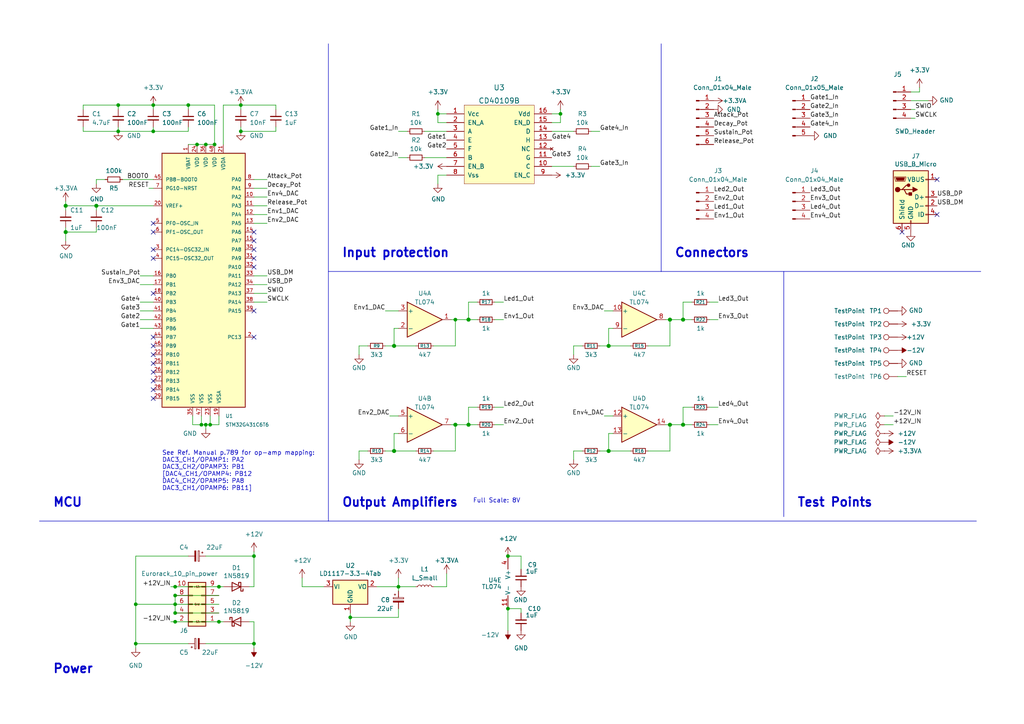
<source format=kicad_sch>
(kicad_sch (version 20230121) (generator eeschema)
  (paper "A4")
  (title_block (title "QuadEnv") (date "2023-03-09") (rev "1.0") (company "Mountjoy Modular"))
  (junction (at 19.05 59.69) (diameter 1.016))
  (junction (at 147.32 161.29))
  (junction (at 135.89 123.19) (diameter 1.016))
  (junction (at 34.29 30.48))
  (junction (at 54.61 30.48))
  (junction (at 69.85 38.1))
  (junction (at 135.89 92.71) (diameter 1.016))
  (junction (at 60.96 123.19))
  (junction (at 50.8 177.8))
  (junction (at 63.5 170.18))
  (junction (at 57.15 41.91))
  (junction (at 115.57 170.18))
  (junction (at 50.8 180.34))
  (junction (at 50.8 170.18))
  (junction (at 58.42 123.19))
  (junction (at 27.94 59.69) (diameter 1.016))
  (junction (at 39.37 186.69))
  (junction (at 132.08 92.71) (diameter 0.9144))
  (junction (at 59.69 123.19))
  (junction (at 44.45 38.1))
  (junction (at 59.69 41.91))
  (junction (at 50.8 175.26))
  (junction (at 34.29 38.1))
  (junction (at 73.66 161.29))
  (junction (at 69.85 30.48))
  (junction (at 39.37 175.26))
  (junction (at 50.8 172.72))
  (junction (at 176.53 130.81) (diameter 1.016))
  (junction (at 132.08 123.19) (diameter 1.016))
  (junction (at 194.31 123.19) (diameter 1.016))
  (junction (at 127 33.02))
  (junction (at 62.23 41.91))
  (junction (at 44.45 30.48))
  (junction (at 101.6 179.07))
  (junction (at 176.53 100.33) (diameter 1.016))
  (junction (at 19.05 67.31) (diameter 1.016))
  (junction (at 73.66 186.69))
  (junction (at 162.56 33.02))
  (junction (at 147.32 176.53))
  (junction (at 194.31 92.71) (diameter 1.016))
  (junction (at 114.3 100.33) (diameter 1.016))
  (junction (at 198.12 92.71) (diameter 1.016))
  (junction (at 63.5 180.34))
  (junction (at 114.3 130.81) (diameter 1.016))
  (junction (at 198.12 123.19) (diameter 1.016))
  (no_connect (at 44.45 67.31))
  (no_connect (at 44.45 85.09))
  (no_connect (at 44.45 74.93))
  (no_connect (at 73.66 97.79))
  (no_connect (at 73.66 74.93))
  (no_connect (at 44.45 97.79))
  (no_connect (at 44.45 102.87))
  (no_connect (at 73.66 72.39))
  (no_connect (at 44.45 107.95))
  (no_connect (at 73.66 67.31))
  (no_connect (at 44.45 64.77))
  (no_connect (at 44.45 110.49))
  (no_connect (at 44.45 100.33))
  (no_connect (at 271.78 52.07))
  (no_connect (at 44.45 105.41))
  (no_connect (at 271.78 62.23))
  (no_connect (at 73.66 69.85))
  (no_connect (at 44.45 113.03))
  (no_connect (at 73.66 77.47))
  (no_connect (at 73.66 90.17))
  (no_connect (at 44.45 72.39))
  (no_connect (at 261.62 67.31))
  (no_connect (at 44.45 115.57))
  (wire (pts (xy 198.12 118.11) (xy 198.12 123.19)))
  (wire (pts (xy 19.05 58.42) (xy 19.05 59.69)))
  (wire (pts (xy 162.56 33.02) (xy 160.02 33.02)))
  (wire (pts (xy 187.96 100.33) (xy 194.31 100.33)))
  (wire (pts (xy 73.66 57.15) (xy 77.47 57.15)))
  (wire (pts (xy 73.66 52.07) (xy 77.47 52.07)))
  (wire (pts (xy 177.8 90.17) (xy 175.26 90.17)))
  (wire (pts (xy 166.37 48.26) (xy 160.02 48.26)))
  (wire (pts (xy 27.94 52.07) (xy 30.48 52.07)))
  (wire (pts (xy 198.12 118.11) (xy 200.66 118.11)))
  (wire (pts (xy 198.12 123.19) (xy 200.66 123.19)))
  (wire (pts (xy 19.05 67.31) (xy 19.05 69.85)))
  (wire (pts (xy 143.51 118.11) (xy 146.05 118.11)))
  (wire (pts (xy 59.69 41.91) (xy 62.23 41.91)))
  (wire (pts (xy 24.13 30.48) (xy 34.29 30.48)))
  (wire (pts (xy 59.69 123.19) (xy 59.69 124.46)))
  (wire (pts (xy 123.19 38.1) (xy 129.54 38.1)))
  (wire (pts (xy 260.35 109.22) (xy 262.89 109.22)))
  (wire (pts (xy 115.57 45.72) (xy 118.11 45.72)))
  (wire (pts (xy 166.37 38.1) (xy 160.02 38.1)))
  (wire (pts (xy 193.04 92.71) (xy 194.31 92.71)))
  (wire (pts (xy 114.3 95.25) (xy 115.57 95.25)))
  (wire (pts (xy 205.74 118.11) (xy 208.28 118.11)))
  (wire (pts (xy 35.56 52.07) (xy 44.45 52.07)))
  (wire (pts (xy 62.23 41.91) (xy 62.23 30.48)))
  (wire (pts (xy 130.81 123.19) (xy 132.08 123.19)))
  (wire (pts (xy 34.29 30.48) (xy 34.29 31.75)))
  (wire (pts (xy 135.89 87.63) (xy 138.43 87.63)))
  (wire (pts (xy 55.88 120.65) (xy 55.88 123.19)))
  (wire (pts (xy 73.66 85.09) (xy 77.47 85.09)))
  (wire (pts (xy 129.54 35.56) (xy 127 35.56)))
  (polyline (pts (xy 95.25 151.13) (xy 283.21 151.13)))
  (wire (pts (xy 73.66 62.23) (xy 77.47 62.23)))
  (wire (pts (xy 39.37 187.96) (xy 39.37 186.69)))
  (wire (pts (xy 104.14 100.33) (xy 104.14 102.87)))
  (wire (pts (xy 54.61 36.83) (xy 54.61 38.1)))
  (wire (pts (xy 173.99 100.33) (xy 176.53 100.33)))
  (wire (pts (xy 24.13 36.83) (xy 24.13 38.1)))
  (wire (pts (xy 104.14 130.81) (xy 104.14 133.35)))
  (wire (pts (xy 135.89 118.11) (xy 135.89 123.19)))
  (wire (pts (xy 115.57 176.53) (xy 115.57 179.07)))
  (wire (pts (xy 63.5 172.72) (xy 50.8 172.72)))
  (wire (pts (xy 132.08 92.71) (xy 135.89 92.71)))
  (wire (pts (xy 69.85 36.83) (xy 69.85 38.1)))
  (wire (pts (xy 24.13 31.75) (xy 24.13 30.48)))
  (wire (pts (xy 173.99 130.81) (xy 176.53 130.81)))
  (wire (pts (xy 73.66 180.34) (xy 73.66 186.69)))
  (wire (pts (xy 127 53.34) (xy 127 50.8)))
  (wire (pts (xy 72.39 180.34) (xy 73.66 180.34)))
  (wire (pts (xy 50.8 175.26) (xy 50.8 177.8)))
  (wire (pts (xy 135.89 87.63) (xy 135.89 92.71)))
  (wire (pts (xy 166.37 130.81) (xy 166.37 133.35)))
  (wire (pts (xy 80.01 36.83) (xy 80.01 38.1)))
  (wire (pts (xy 87.63 167.64) (xy 87.63 170.18)))
  (wire (pts (xy 19.05 66.04) (xy 19.05 67.31)))
  (wire (pts (xy 69.85 31.75) (xy 69.85 30.48)))
  (wire (pts (xy 80.01 31.75) (xy 80.01 30.48)))
  (wire (pts (xy 205.74 123.19) (xy 208.28 123.19)))
  (wire (pts (xy 127 31.75) (xy 127 33.02)))
  (wire (pts (xy 63.5 177.8) (xy 50.8 177.8)))
  (wire (pts (xy 135.89 123.19) (xy 138.43 123.19)))
  (wire (pts (xy 176.53 130.81) (xy 176.53 125.73)))
  (wire (pts (xy 73.66 160.02) (xy 73.66 161.29)))
  (wire (pts (xy 39.37 175.26) (xy 39.37 186.69)))
  (wire (pts (xy 264.16 29.21) (xy 269.24 29.21)))
  (wire (pts (xy 193.04 123.19) (xy 194.31 123.19)))
  (wire (pts (xy 114.3 130.81) (xy 120.65 130.81)))
  (wire (pts (xy 151.13 176.53) (xy 147.32 176.53)))
  (wire (pts (xy 34.29 38.1) (xy 44.45 38.1)))
  (wire (pts (xy 205.74 92.71) (xy 208.28 92.71)))
  (wire (pts (xy 44.45 30.48) (xy 44.45 31.75)))
  (wire (pts (xy 127 33.02) (xy 129.54 33.02)))
  (wire (pts (xy 101.6 179.07) (xy 101.6 180.34)))
  (wire (pts (xy 176.53 125.73) (xy 177.8 125.73)))
  (wire (pts (xy 39.37 175.26) (xy 50.8 175.26)))
  (wire (pts (xy 173.99 38.1) (xy 171.45 38.1)))
  (wire (pts (xy 114.3 100.33) (xy 114.3 95.25)))
  (wire (pts (xy 147.32 176.53) (xy 147.32 182.88)))
  (wire (pts (xy 40.64 87.63) (xy 44.45 87.63)))
  (wire (pts (xy 73.66 170.18) (xy 73.66 161.29)))
  (wire (pts (xy 176.53 100.33) (xy 182.88 100.33)))
  (wire (pts (xy 194.31 123.19) (xy 198.12 123.19)))
  (wire (pts (xy 27.94 59.69) (xy 27.94 60.96)))
  (wire (pts (xy 27.94 53.34) (xy 27.94 52.07)))
  (wire (pts (xy 127 35.56) (xy 127 33.02)))
  (wire (pts (xy 73.66 80.01) (xy 77.47 80.01)))
  (wire (pts (xy 264.16 31.75) (xy 265.43 31.75)))
  (wire (pts (xy 19.05 59.69) (xy 27.94 59.69)))
  (wire (pts (xy 44.45 38.1) (xy 54.61 38.1)))
  (wire (pts (xy 44.45 36.83) (xy 44.45 38.1)))
  (wire (pts (xy 151.13 161.29) (xy 151.13 165.1)))
  (wire (pts (xy 115.57 38.1) (xy 118.11 38.1)))
  (wire (pts (xy 73.66 64.77) (xy 77.47 64.77)))
  (wire (pts (xy 57.15 41.91) (xy 59.69 41.91)))
  (wire (pts (xy 132.08 130.81) (xy 132.08 123.19)))
  (wire (pts (xy 73.66 54.61) (xy 77.47 54.61)))
  (wire (pts (xy 114.3 130.81) (xy 114.3 125.73)))
  (wire (pts (xy 40.64 80.01) (xy 44.45 80.01)))
  (wire (pts (xy 264.16 26.67) (xy 266.7 26.67)))
  (wire (pts (xy 34.29 36.83) (xy 34.29 38.1)))
  (wire (pts (xy 143.51 92.71) (xy 146.05 92.71)))
  (wire (pts (xy 104.14 100.33) (xy 106.68 100.33)))
  (wire (pts (xy 111.76 100.33) (xy 114.3 100.33)))
  (wire (pts (xy 40.64 92.71) (xy 44.45 92.71)))
  (wire (pts (xy 265.43 34.29) (xy 264.16 34.29)))
  (wire (pts (xy 60.96 123.19) (xy 63.5 123.19)))
  (wire (pts (xy 132.08 100.33) (xy 132.08 92.71)))
  (wire (pts (xy 64.77 41.91) (xy 64.77 30.48)))
  (wire (pts (xy 27.94 59.69) (xy 44.45 59.69)))
  (wire (pts (xy 130.81 92.71) (xy 132.08 92.71)))
  (polyline (pts (xy 11.43 151.13) (xy 95.25 151.13)))
  (wire (pts (xy 109.22 170.18) (xy 115.57 170.18)))
  (wire (pts (xy 198.12 87.63) (xy 200.66 87.63)))
  (wire (pts (xy 64.77 30.48) (xy 69.85 30.48)))
  (wire (pts (xy 24.13 38.1) (xy 34.29 38.1)))
  (wire (pts (xy 44.45 82.55) (xy 40.64 82.55)))
  (wire (pts (xy 40.64 90.17) (xy 44.45 90.17)))
  (wire (pts (xy 132.08 123.19) (xy 135.89 123.19)))
  (wire (pts (xy 63.5 180.34) (xy 64.77 180.34)))
  (wire (pts (xy 58.42 120.65) (xy 58.42 123.19)))
  (wire (pts (xy 143.51 123.19) (xy 146.05 123.19)))
  (wire (pts (xy 49.53 180.34) (xy 50.8 180.34)))
  (wire (pts (xy 198.12 87.63) (xy 198.12 92.71)))
  (wire (pts (xy 50.8 180.34) (xy 63.5 180.34)))
  (polyline (pts (xy 191.77 12.7) (xy 191.77 78.74)))
  (wire (pts (xy 50.8 170.18) (xy 63.5 170.18)))
  (wire (pts (xy 55.88 123.19) (xy 58.42 123.19)))
  (wire (pts (xy 54.61 30.48) (xy 62.23 30.48)))
  (wire (pts (xy 69.85 30.48) (xy 80.01 30.48)))
  (wire (pts (xy 177.8 120.65) (xy 175.26 120.65)))
  (wire (pts (xy 49.53 170.18) (xy 50.8 170.18)))
  (wire (pts (xy 194.31 100.33) (xy 194.31 92.71)))
  (wire (pts (xy 115.57 170.18) (xy 120.65 170.18)))
  (wire (pts (xy 111.76 130.81) (xy 114.3 130.81)))
  (wire (pts (xy 60.96 120.65) (xy 60.96 123.19)))
  (wire (pts (xy 176.53 95.25) (xy 177.8 95.25)))
  (wire (pts (xy 19.05 67.31) (xy 27.94 67.31)))
  (wire (pts (xy 39.37 161.29) (xy 39.37 175.26)))
  (wire (pts (xy 63.5 170.18) (xy 64.77 170.18)))
  (wire (pts (xy 59.69 186.69) (xy 73.66 186.69)))
  (wire (pts (xy 87.63 170.18) (xy 93.98 170.18)))
  (wire (pts (xy 39.37 161.29) (xy 54.61 161.29)))
  (wire (pts (xy 160.02 35.56) (xy 162.56 35.56)))
  (wire (pts (xy 101.6 177.8) (xy 101.6 179.07)))
  (wire (pts (xy 111.76 90.17) (xy 115.57 90.17)))
  (wire (pts (xy 101.6 179.07) (xy 115.57 179.07)))
  (wire (pts (xy 115.57 120.65) (xy 113.03 120.65)))
  (wire (pts (xy 104.14 130.81) (xy 106.68 130.81)))
  (polyline (pts (xy 227.33 78.74) (xy 227.33 149.86)))
  (wire (pts (xy 125.73 130.81) (xy 132.08 130.81)))
  (wire (pts (xy 176.53 100.33) (xy 176.53 95.25)))
  (wire (pts (xy 135.89 92.71) (xy 138.43 92.71)))
  (polyline (pts (xy 191.77 78.74) (xy 95.25 78.74)))
  (wire (pts (xy 162.56 35.56) (xy 162.56 33.02)))
  (wire (pts (xy 151.13 176.53) (xy 151.13 177.8)))
  (wire (pts (xy 50.8 175.26) (xy 63.5 175.26)))
  (wire (pts (xy 129.54 170.18) (xy 129.54 166.37)))
  (wire (pts (xy 125.73 170.18) (xy 129.54 170.18)))
  (wire (pts (xy 50.8 172.72) (xy 50.8 175.26)))
  (wire (pts (xy 115.57 171.45) (xy 115.57 170.18)))
  (wire (pts (xy 147.32 161.29) (xy 151.13 161.29)))
  (wire (pts (xy 198.12 92.71) (xy 200.66 92.71)))
  (wire (pts (xy 187.96 130.81) (xy 194.31 130.81)))
  (wire (pts (xy 194.31 92.71) (xy 198.12 92.71)))
  (wire (pts (xy 166.37 130.81) (xy 168.91 130.81)))
  (wire (pts (xy 162.56 31.75) (xy 162.56 33.02)))
  (polyline (pts (xy 95.25 12.7) (xy 95.25 151.13)))
  (wire (pts (xy 143.51 87.63) (xy 146.05 87.63)))
  (wire (pts (xy 166.37 100.33) (xy 166.37 102.87)))
  (wire (pts (xy 44.45 30.48) (xy 54.61 30.48)))
  (wire (pts (xy 173.99 48.26) (xy 171.45 48.26)))
  (wire (pts (xy 166.37 100.33) (xy 168.91 100.33)))
  (wire (pts (xy 266.7 26.67) (xy 266.7 25.4)))
  (wire (pts (xy 27.94 66.04) (xy 27.94 67.31)))
  (wire (pts (xy 40.64 95.25) (xy 44.45 95.25)))
  (wire (pts (xy 205.74 87.63) (xy 208.28 87.63)))
  (wire (pts (xy 54.61 41.91) (xy 57.15 41.91)))
  (wire (pts (xy 34.29 30.48) (xy 44.45 30.48)))
  (wire (pts (xy 63.5 120.65) (xy 63.5 123.19)))
  (wire (pts (xy 59.69 161.29) (xy 73.66 161.29)))
  (wire (pts (xy 176.53 130.81) (xy 182.88 130.81)))
  (wire (pts (xy 73.66 59.69) (xy 77.47 59.69)))
  (wire (pts (xy 259.08 123.19) (xy 256.54 123.19)))
  (wire (pts (xy 72.39 170.18) (xy 73.66 170.18)))
  (wire (pts (xy 194.31 130.81) (xy 194.31 123.19)))
  (wire (pts (xy 127 50.8) (xy 129.54 50.8)))
  (wire (pts (xy 59.69 123.19) (xy 60.96 123.19)))
  (wire (pts (xy 73.66 82.55) (xy 77.47 82.55)))
  (wire (pts (xy 69.85 38.1) (xy 80.01 38.1)))
  (wire (pts (xy 58.42 123.19) (xy 59.69 123.19)))
  (wire (pts (xy 259.08 120.65) (xy 256.54 120.65)))
  (wire (pts (xy 73.66 186.69) (xy 73.66 187.96)))
  (wire (pts (xy 114.3 125.73) (xy 115.57 125.73)))
  (wire (pts (xy 123.19 45.72) (xy 129.54 45.72)))
  (polyline (pts (xy 191.77 78.74) (xy 284.48 78.74)))
  (wire (pts (xy 114.3 100.33) (xy 120.65 100.33)))
  (wire (pts (xy 73.66 87.63) (xy 77.47 87.63)))
  (wire (pts (xy 39.37 186.69) (xy 54.61 186.69)))
  (wire (pts (xy 125.73 100.33) (xy 132.08 100.33)))
  (wire (pts (xy 19.05 60.96) (xy 19.05 59.69)))
  (wire (pts (xy 43.18 54.61) (xy 44.45 54.61)))
  (wire (pts (xy 54.61 30.48) (xy 54.61 31.75)))
  (wire (pts (xy 135.89 118.11) (xy 138.43 118.11)))
  (wire (pts (xy 115.57 167.64) (xy 115.57 170.18)))
  (text "See Ref. Manual p.789 for op-amp mapping:\nDAC3_CH1/OPAMP1: PA2\nDAC3_CH2/OPAMP3: PB1\n[DAC4_CH1/OPAMP4: PB12\nDAC4_CH2/OPAMP5: PA8\nDAC3_CH1/OPAMP6: PB11]\n\n\n\n" (at 46.99 148.59 0) (effects (font (size 1.27 1.27)) (justify left bottom)))
  (text "Full Scale: 8V" (at 137.16 146.05 0) (effects (font (size 1.27 1.27)) (justify left bottom)))
  (text "Output Amplifiers" (at 99.06 147.32 0) (effects (font (size 2.54 2.54) (thickness 0.508) bold) (justify left bottom)))
  (text "MCU" (at 15.24 147.32 0) (effects (font (size 2.54 2.54) (thickness 0.508) bold) (justify left bottom)))
  (text "Power" (at 15.24 195.58 0) (effects (font (size 2.54 2.54) (thickness 0.508) bold) (justify left bottom)))
  (text "Test Points" (at 231.14 147.32 0) (effects (font (size 2.54 2.54) (thickness 0.508) bold) (justify left bottom)))
  (text "Connectors" (at 195.58 74.93 0) (effects (font (size 2.54 2.54) (thickness 0.508) bold) (justify left bottom)))
  (text "Input protection" (at 99.06 74.93 0) (effects (font (size 2.54 2.54) (thickness 0.508) bold) (justify left bottom)))
  (label "Gate2" (at 129.54 43.18 180))
  (label "Led2_Out" (at 207.01 55.88 0))
  (label "-12V_IN" (at 49.53 180.34 180))
  (label "SWCLK" (at 265.43 34.29 0))
  (label "Env3_Out" (at 208.28 92.71 0))
  (label "Env3_DAC" (at 175.26 90.17 180))
  (label "Env2_Out" (at 207.01 58.42 0))
  (label "Gate2_In" (at 115.57 45.72 180))
  (label "RESET" (at 262.89 109.22 0))
  (label "Led3_Out" (at 208.28 87.63 0))
  (label "Gate2_In" (at 234.95 31.75 0))
  (label "RESET" (at 43.18 54.61 180))
  (label "Attack_Pot" (at 77.47 52.07 0))
  (label "Env1_DAC" (at 111.76 90.17 180))
  (label "Decay_Pot" (at 77.47 54.61 0))
  (label "SWCLK" (at 77.47 87.63 0))
  (label "Decay_Pot" (at 207.01 36.83 0))
  (label "Led4_Out" (at 234.95 60.96 0))
  (label "Gate1_In" (at 234.95 29.21 0))
  (label "Env1_DAC" (at 77.47 62.23 0))
  (label "Env2_DAC" (at 113.03 120.65 180))
  (label "Led3_Out" (at 234.95 55.88 0))
  (label "USB_DP" (at 77.47 82.55 0))
  (label "Led2_Out" (at 146.05 118.11 0))
  (label "USB_DM" (at 77.47 80.01 0))
  (label "Gate1" (at 40.64 95.25 180))
  (label "Led1_Out" (at 146.05 87.63 0))
  (label "Attack_Pot" (at 207.01 34.29 0))
  (label "Release_Pot" (at 207.01 41.91 0))
  (label "-12V_IN" (at 259.08 120.65 0))
  (label "Env1_Out" (at 207.01 63.5 0))
  (label "Sustain_Pot" (at 40.64 80.01 180))
  (label "Env2_Out" (at 146.05 123.19 0))
  (label "Gate1_In" (at 115.57 38.1 180))
  (label "Gate3" (at 40.64 90.17 180))
  (label "USB_DM" (at 271.78 59.69 0))
  (label "Gate2" (at 40.64 92.71 180))
  (label "Release_Pot" (at 77.47 59.69 0))
  (label "Gate4_In" (at 234.95 36.83 0))
  (label "Gate3_In" (at 173.99 48.26 0))
  (label "SWIO" (at 77.47 85.09 0))
  (label "Led4_Out" (at 208.28 118.11 0))
  (label "Gate4_In" (at 173.99 38.1 0))
  (label "Env4_Out" (at 234.95 63.5 0))
  (label "USB_DP" (at 271.78 57.15 0))
  (label "Env3_DAC" (at 40.64 82.55 180))
  (label "Env1_Out" (at 146.05 92.71 0))
  (label "Gate4" (at 160.02 40.64 0))
  (label "Env4_Out" (at 208.28 123.19 0))
  (label "Led1_Out" (at 207.01 60.96 0))
  (label "SWIO" (at 265.43 31.75 0))
  (label "Gate3_In" (at 234.95 34.29 0))
  (label "BOOT0" (at 36.83 52.07 0))
  (label "Env2_DAC" (at 77.47 64.77 0))
  (label "+12V_IN" (at 259.08 123.19 0))
  (label "Env3_Out" (at 234.95 58.42 0))
  (label "Gate1" (at 129.54 40.64 180))
  (label "+12V_IN" (at 49.53 170.18 180))
  (label "Env4_DAC" (at 77.47 57.15 0))
  (label "Gate4" (at 40.64 87.63 180))
  (label "Gate3" (at 160.02 45.72 0))
  (label "Sustain_Pot" (at 207.01 39.37 0))
  (label "Env4_DAC" (at 175.26 120.65 180))
  (symbol (lib_id "Amplifier_Operational:TL074") (at 185.42 123.19 0) (unit 4)
    (property "Reference" "U4" (at 185.42 115.57 0))
    (property "Value" "TL074" (at 185.42 118.11 0))
    (property "Footprint" "Package_SO:SOIC-14_3.9x8.7mm_P1.27mm" (effects hide))
    (property "Datasheet" "http://www.ti.com/lit/ds/symlink/tl071.pdf" (effects hide))
  )
  (symbol (lib_id "Device:C_Small") (at 24.13 34.29 0) (unit 1)
    (property "Reference" "C1" (at 26.67 33.0262 0) (effects (justify left)))
    (property "Value" "4.7uF" (at 26.67 35.5662 0) (effects (justify left)))
    (property "Footprint" "Capacitor_SMD:C_0603_1608Metric" (effects hide))
  )
  (symbol (lib_id "Amplifier_Operational:TL074") (at 123.19 92.71 0) (unit 1)
    (property "Reference" "U4" (at 123.19 85.09 0))
    (property "Value" "TL074" (at 123.19 87.63 0))
    (property "Footprint" "Package_SO:SOIC-14_3.9x8.7mm_P1.27mm" (effects hide))
    (property "Datasheet" "http://www.ti.com/lit/ds/symlink/tl071.pdf" (effects hide))
  )
  (symbol (lib_id "power:GND") (at 69.85 38.1 0) (unit 1)
    (property "Reference" "#PWR014" (effects hide))
    (property "Value" "GND" (at 72.39 39.3699 0) (effects (justify left)))
  )
  (symbol (lib_id "Device:C_Small") (at 151.13 180.34 180) (unit 1)
    (property "Reference" "C10" (at 153.035 176.53 0) (effects (justify right)))
    (property "Value" "1uF" (at 152.4 178.435 0) (effects (justify right)))
    (property "Footprint" "Capacitor_SMD:C_0603_1608Metric" (effects hide))
  )
  (symbol (lib_id "Device:R_Small") (at 33.02 52.07 90) (unit 1)
    (property "Reference" "R5" (at 33.02 54.61 90))
    (property "Value" "100k" (at 33.02 49.53 90))
    (property "Footprint" "Resistor_SMD:R_0603_1608Metric" (effects hide))
    (property "Part_Number" "C25803" (effects hide))
  )
  (symbol (lib_id "Device:C_Small") (at 151.13 167.64 180) (unit 1)
    (property "Reference" "C9" (at 153.035 163.83 0) (effects (justify right)))
    (property "Value" "1uF" (at 152.4 165.735 0) (effects (justify right)))
    (property "Footprint" "Capacitor_SMD:C_0603_1608Metric" (effects hide))
  )
  (symbol (lib_id "Device:R_Small") (at 123.19 130.81 270) (mirror x) (unit 1)
    (property "Reference" "R14" (at 123.19 130.81 90) (effects (font (size 0.9 0.9))))
    (property "Value" "4k7" (at 123.19 133.35 90))
    (property "Footprint" "Resistor_SMD:R_0603_1608Metric" (effects hide))
    (property "Part_Number" "C23162" (effects hide))
  )
  (symbol (lib_id "Device:R_Small") (at 203.2 123.19 90) (unit 1)
    (property "Reference" "R24" (at 203.2 123.19 90) (effects (font (size 0.9 0.9))))
    (property "Value" "1k" (at 203.2 125.73 90))
    (property "Footprint" "Resistor_SMD:R_0603_1608Metric" (effects hide))
    (property "Part_Number" "C21190" (effects hide))
  )
  (symbol (lib_id "Device:C_Polarized_Small") (at 57.15 161.29 270) (unit 1)
    (property "Reference" "C4" (at 53.34 158.75 90))
    (property "Value" "22uF" (at 62.23 158.75 90))
    (property "Footprint" "Capacitor_SMD:CP_Elec_4x5.8" (effects hide))
    (property "Part_Number" "C134798" (effects hide))
    (property "Rotation" "360" (effects hide))
  )
  (symbol (lib_id "Device:C_Small") (at 69.85 34.29 0) (unit 1)
    (property "Reference" "C7" (at 72.39 33.0262 0) (effects (justify left)))
    (property "Value" "10nF" (at 72.39 35.5662 0) (effects (justify left)))
    (property "Footprint" "Capacitor_SMD:C_0603_1608Metric" (effects hide))
  )
  (symbol (lib_id "Device:C_Small") (at 34.29 34.29 0) (unit 1)
    (property "Reference" "C2" (at 36.83 33.0262 0) (effects (justify left)))
    (property "Value" "100nF" (at 36.83 35.5662 0) (effects (justify left)))
    (property "Footprint" "Capacitor_SMD:C_0603_1608Metric" (effects hide))
  )
  (symbol (lib_id "Device:C_Small") (at 19.05 63.5 180) (unit 1)
    (property "Reference" "C11" (at 20.32 60.9599 0) (effects (justify right)))
    (property "Value" "1uF" (at 20.32 66.0399 0) (effects (justify right)))
    (property "Footprint" "Capacitor_SMD:C_0603_1608Metric" (effects hide))
    (property "Part_Number" "C15849" (effects hide))
  )
  (symbol (lib_id "Connector:Conn_01x04_Male") (at 201.93 58.42 0) (unit 1)
    (property "Reference" "J3" (at 208.28 49.53 0))
    (property "Value" "Conn_01x04_Male" (at 208.28 52.07 0))
    (property "Footprint" "Connector_PinSocket_2.54mm:PinSocket_1x04_P2.54mm_Vertical" (effects hide))
  )
  (symbol (lib_id "Device:R_Small") (at 109.22 130.81 270) (unit 1)
    (property "Reference" "R10" (at 109.22 130.81 90) (effects (font (size 0.9 0.9))))
    (property "Value" "3k3" (at 109.22 133.35 90))
    (property "Footprint" "Resistor_SMD:R_0603_1608Metric" (effects hide))
    (property "Part_Number" "C22978" (effects hide))
  )
  (symbol (lib_id "power:+3.3VA") (at 19.05 58.42 0) (unit 1)
    (property "Reference" "#PWR023" (effects hide))
    (property "Value" "+3.3VA" (at 19.05 54.61 0))
  )
  (symbol (lib_id "power:GND") (at 151.13 170.18 0) (unit 1)
    (property "Reference" "#PWR031" (effects hide))
    (property "Value" "GND" (at 153.035 173.99 0) (effects (justify right)))
  )
  (symbol (lib_id "power:PWR_FLAG") (at 256.54 128.27 90) (mirror x) (unit 1)
    (property "Reference" "#FLG04" (effects hide))
    (property "Value" "PWR_FLAG" (at 251.46 128.2699 90) (effects (justify left)))
  )
  (symbol (lib_id "Device:R_Small") (at 120.65 38.1 90) (unit 1)
    (property "Reference" "R1" (at 120.65 33.02 90))
    (property "Value" "10k" (at 120.65 35.56 90))
    (property "Footprint" "Resistor_SMD:R_0603_1608Metric" (effects hide))
    (property "Part_Number" "C23162" (effects hide))
  )
  (symbol (lib_id "Connector:TestPoint") (at 260.35 109.22 90) (unit 1)
    (property "Reference" "TP6" (at 254 109.22 90))
    (property "Value" "TestPoint" (at 246.38 109.22 90))
    (property "Footprint" "Custom_Footprints:1mm_Test_Point" (effects hide))
  )
  (symbol (lib_id "Device:R_Small") (at 203.2 92.71 90) (unit 1)
    (property "Reference" "R22" (at 203.2 92.71 90) (effects (font (size 0.9 0.9))))
    (property "Value" "1k" (at 203.2 95.25 90))
    (property "Footprint" "Resistor_SMD:R_0603_1608Metric" (effects hide))
    (property "Part_Number" "C21190" (effects hide))
  )
  (symbol (lib_id "Device:R_Small") (at 168.91 48.26 90) (unit 1)
    (property "Reference" "R4" (at 168.91 43.18 90))
    (property "Value" "10k" (at 168.91 45.72 90))
    (property "Footprint" "Resistor_SMD:R_0603_1608Metric" (effects hide))
    (property "Part_Number" "C23162" (effects hide))
  )
  (symbol (lib_id "power:GND") (at 127 53.34 0) (unit 1)
    (property "Reference" "#PWR019" (effects hide))
    (property "Value" "GND" (at 127.127 57.7342 0))
  )
  (symbol (lib_id "Device:R_Small") (at 171.45 100.33 270) (unit 1)
    (property "Reference" "R11" (at 171.45 100.33 90) (effects (font (size 0.9 0.9))))
    (property "Value" "3k3" (at 171.45 102.87 90))
    (property "Footprint" "Resistor_SMD:R_0603_1608Metric" (effects hide))
    (property "Part_Number" "C22978" (effects hide))
  )
  (symbol (lib_id "Device:C_Polarized_Small") (at 115.57 173.99 0) (unit 1)
    (property "Reference" "C8" (at 111.76 173.99 0))
    (property "Value" "22uF" (at 111.76 176.53 0))
    (property "Footprint" "Capacitor_SMD:CP_Elec_4x5.8" (effects hide))
    (property "Part_Number" "C134793" (effects hide))
    (property "Rotation" "180" (effects hide))
  )
  (symbol (lib_id "power:+12V") (at 256.54 125.73 270) (unit 1)
    (property "Reference" "#PWR041" (effects hide))
    (property "Value" "+12V" (at 260.35 125.7299 90) (effects (justify left)))
  )
  (symbol (lib_id "STM32:STM32G431C6T6") (at 59.69 77.47 0) (unit 1)
    (property "Reference" "U1" (at 65.3797 120.65 0) (effects (font (size 1.016 1.016)) (justify left)))
    (property "Value" "STM32G431C6T6" (at 65.3797 123.19 0) (effects (font (size 1.016 1.016)) (justify left)))
    (property "Footprint" "Package_QFP:LQFP-48_7x7mm_P0.5mm" (effects hide))
    (property "MANUFACTURER" "STMicroelectronics" (effects hide))
    (property "MAXIMUM_PACKAGE_HEIGHT" "0.60mm" (effects hide))
    (property "PARTREV" "4" (effects hide))
    (property "STANDARD" "IPC 7351B" (effects hide))
  )
  (symbol (lib_id "power:+3.3VA") (at 69.85 30.48 0) (unit 1)
    (property "Reference" "#PWR0101" (effects hide))
    (property "Value" "+3.3VA" (at 69.85 26.67 0))
  )
  (symbol (lib_id "power:GND") (at 104.14 133.35 0) (mirror y) (unit 1)
    (property "Reference" "#PWR038" (effects hide))
    (property "Value" "GND" (at 104.14 137.16 0))
  )
  (symbol (lib_id "Device:R_Small") (at 168.91 38.1 90) (unit 1)
    (property "Reference" "R3" (at 168.91 33.02 90))
    (property "Value" "10k" (at 168.91 35.56 90))
    (property "Footprint" "Resistor_SMD:R_0603_1608Metric" (effects hide))
    (property "Part_Number" "C23162" (effects hide))
  )
  (symbol (lib_name "+3.3V_1") (lib_id "power:+3.3V") (at 162.56 31.75 0) (unit 1)
    (property "Reference" "#PWR0109" (effects hide))
    (property "Value" "+3.3V" (at 162.56 26.67 0))
  )
  (symbol (lib_id "Device:R_Small") (at 203.2 118.11 90) (unit 1)
    (property "Reference" "R23" (at 203.2 118.11 90) (effects (font (size 0.9 0.9))))
    (property "Value" "1k" (at 203.2 115.57 90))
    (property "Footprint" "Resistor_SMD:R_0603_1608Metric" (effects hide))
    (property "Part_Number" "C21190" (effects hide))
  )
  (symbol (lib_name "+3.3V_1") (lib_id "power:+3.3V") (at 266.7 25.4 0) (unit 1)
    (property "Reference" "#PWR0104" (effects hide))
    (property "Value" "+3.3V" (at 266.7 20.32 0))
  )
  (symbol (lib_id "Device:R_Small") (at 140.97 118.11 90) (unit 1)
    (property "Reference" "R19" (at 140.97 118.11 90) (effects (font (size 0.9 0.9))))
    (property "Value" "1k" (at 140.97 115.57 90))
    (property "Footprint" "Resistor_SMD:R_0603_1608Metric" (effects hide))
    (property "Part_Number" "C21190" (effects hide))
  )
  (symbol (lib_id "Device:C_Small") (at 44.45 34.29 0) (unit 1)
    (property "Reference" "C3" (at 46.99 33.0262 0) (effects (justify left)))
    (property "Value" "100nF" (at 46.99 35.5662 0) (effects (justify left)))
    (property "Footprint" "Capacitor_SMD:C_0603_1608Metric" (effects hide))
  )
  (symbol (lib_id "Amplifier_Operational:TL074") (at 149.86 168.91 0) (unit 5)
    (property "Reference" "U4" (at 141.605 168.275 0) (effects (justify left)))
    (property "Value" "TL074" (at 139.7 170.18 0) (effects (justify left)))
    (property "Footprint" "Package_SO:SOIC-14_3.9x8.7mm_P1.27mm" (effects hide))
    (property "Datasheet" "http://www.ti.com/lit/ds/symlink/tl071.pdf" (effects hide))
  )
  (symbol (lib_id "power:-12V") (at 256.54 128.27 270) (mirror x) (unit 1)
    (property "Reference" "#PWR042" (effects hide))
    (property "Value" "-12V" (at 260.35 128.2699 90) (effects (justify left)))
  )
  (symbol (lib_name "+3.3V_1") (lib_id "power:+3.3V") (at 127 31.75 0) (unit 1)
    (property "Reference" "#PWR0107" (effects hide))
    (property "Value" "+3.3V" (at 127 26.67 0))
  )
  (symbol (lib_id "power:GND") (at 260.35 90.17 90) (unit 1)
    (property "Reference" "#PWR01" (effects hide))
    (property "Value" "GND" (at 263.6012 90.043 90) (effects (justify right)))
  )
  (symbol (lib_id "Connector:TestPoint") (at 260.35 93.98 90) (unit 1)
    (property "Reference" "TP2" (at 254 93.98 90))
    (property "Value" "TestPoint" (at 246.38 93.98 90))
    (property "Footprint" "Custom_Footprints:1mm_Test_Point" (effects hide))
  )
  (symbol (lib_id "power:GND") (at 101.6 180.34 0) (unit 1)
    (property "Reference" "#PWR016" (effects hide))
    (property "Value" "GND" (at 101.727 184.7342 0))
  )
  (symbol (lib_id "power:GND") (at 59.69 124.46 0) (unit 1)
    (property "Reference" "#PWR010" (effects hide))
    (property "Value" "GND" (at 57.15 125.7299 0) (effects (justify right)))
  )
  (symbol (lib_id "power:+12V") (at 260.35 97.79 270) (unit 1)
    (property "Reference" "#PWR013" (effects hide))
    (property "Value" "+12V" (at 262.89 97.79 90) (effects (justify left)))
  )
  (symbol (lib_id "power:-12V") (at 260.35 101.6 270) (unit 1)
    (property "Reference" "#PWR018" (effects hide))
    (property "Value" "-12V" (at 262.89 101.6 90) (effects (justify left)))
  )
  (symbol (lib_id "Device:C_Small") (at 27.94 63.5 180) (unit 1)
    (property "Reference" "C12" (at 29.21 60.9599 0) (effects (justify right)))
    (property "Value" "100nF" (at 27.94 66.0399 0) (effects (justify right)))
    (property "Footprint" "Capacitor_SMD:C_0603_1608Metric" (effects hide))
    (property "Part_Number" "C14663" (effects hide))
  )
  (symbol (lib_id "power:+12V") (at 147.32 161.29 0) (unit 1)
    (property "Reference" "#PWR029" (effects hide))
    (property "Value" "+12V" (at 147.32 156.21 0))
  )
  (symbol (lib_id "power:GND") (at 104.14 102.87 0) (unit 1)
    (property "Reference" "#PWR037" (effects hide))
    (property "Value" "GND" (at 104.14 106.68 0))
  )
  (symbol (lib_id "Device:L_Small") (at 123.19 170.18 90) (unit 1)
    (property "Reference" "L1" (at 123.19 165.1 90))
    (property "Value" "L_Small" (at 123.19 167.64 90))
    (property "Footprint" "Inductor_SMD:L_0805_2012Metric_Pad1.05x1.20mm_HandSolder" (effects hide))
    (property "Part_Number" "C1046" (effects hide))
  )
  (symbol (lib_id "power:+12V") (at 87.63 167.64 0) (unit 1)
    (property "Reference" "#PWR015" (effects hide))
    (property "Value" "+12V" (at 87.63 162.56 0))
  )
  (symbol (lib_id "Device:C_Polarized_Small") (at 57.15 186.69 90) (unit 1)
    (property "Reference" "C5" (at 53.34 189.23 90))
    (property "Value" "22uF" (at 60.96 189.23 90))
    (property "Footprint" "Capacitor_SMD:CP_Elec_4x5.8" (effects hide))
    (property "Part_Number" "C134793" (effects hide))
    (property "Rotation" "270" (effects hide))
  )
  (symbol (lib_id "Connector:Conn_01x06_Male") (at 201.93 34.29 0) (unit 1)
    (property "Reference" "J1" (at 208.28 22.86 0))
    (property "Value" "Conn_01x04_Male" (at 209.55 25.4 0))
    (property "Footprint" "Connector_PinSocket_2.54mm:PinSocket_1x06_P2.54mm_Vertical" (effects hide))
  )
  (symbol (lib_id "Device:R_Small") (at 140.97 123.19 90) (unit 1)
    (property "Reference" "R20" (at 140.97 123.19 90) (effects (font (size 0.9 0.9))))
    (property "Value" "1k" (at 140.97 125.73 90))
    (property "Footprint" "Resistor_SMD:R_0603_1608Metric" (effects hide))
    (property "Part_Number" "C21190" (effects hide))
  )
  (symbol (lib_id "Connector:USB_B_Micro") (at 264.16 57.15 0) (unit 1)
    (property "Reference" "J7" (at 265.6078 45.2882 0))
    (property "Value" "USB_B_Micro" (at 265.6078 47.5996 0))
    (property "Footprint" "Custom_Footprints:USB_Micro-B_Amphenol" (effects hide))
  )
  (symbol (lib_id "LD1117-3.3-4Tab:LD1117-3.3-4Tab") (at 101.6 170.18 0) (unit 1)
    (property "Reference" "U2" (at 101.6 164.0332 0))
    (property "Value" "LD1117-3.3-4Tab" (at 101.6 166.3446 0))
    (property "Footprint" "Package_TO_SOT_SMD:SOT-223-3_TabPin2" (effects hide))
    (property "Datasheet" "http://www.diodes.com/datasheets/AP1117.pdf" (effects hide))
  )
  (symbol (lib_id "power:GND") (at 207.01 31.75 90) (mirror x) (unit 1)
    (property "Reference" "#PWR02" (effects hide))
    (property "Value" "GND" (at 210.82 31.75 90) (effects (justify right)))
  )
  (symbol (lib_id "power:GND") (at 269.24 29.21 90) (unit 1)
    (property "Reference" "#PWR06" (effects hide))
    (property "Value" "GND" (at 272.4912 29.083 90) (effects (justify right)))
  )
  (symbol (lib_id "power:+3.3VA") (at 129.54 166.37 0) (unit 1)
    (property "Reference" "#PWR0103" (effects hide))
    (property "Value" "+3.3VA" (at 129.54 162.56 0))
  )
  (symbol (lib_id "Diode:1N5819") (at 68.58 170.18 180) (unit 1)
    (property "Reference" "D1" (at 68.58 164.6936 0))
    (property "Value" "1N5819" (at 68.58 167.005 0))
    (property "Footprint" "Diode_SMD:D_SOD-123" (effects hide))
    (property "Datasheet" "https://datasheet.lcsc.com/szlcsc/Changjiang-Electronics-Tech-CJ-B5819W_C8598.pdf" (effects hide))
    (property "Part_Number" "C8598" (effects hide))
  )
  (symbol (lib_id "power:GND") (at 151.13 182.88 0) (unit 1)
    (property "Reference" "#PWR032" (effects hide))
    (property "Value" "GND" (at 151.13 187.96 0))
  )
  (symbol (lib_id "Device:R_Small") (at 171.45 130.81 270) (unit 1)
    (property "Reference" "R12" (at 171.45 130.81 90) (effects (font (size 0.9 0.9))))
    (property "Value" "3k3" (at 171.45 133.35 90))
    (property "Footprint" "Resistor_SMD:R_0603_1608Metric" (effects hide))
    (property "Part_Number" "C22978" (effects hide))
  )
  (symbol (lib_id "power:GND") (at 166.37 133.35 0) (mirror y) (unit 1)
    (property "Reference" "#PWR040" (effects hide))
    (property "Value" "GND" (at 166.37 137.16 0))
  )
  (symbol (lib_id "power:-12V") (at 73.66 187.96 180) (unit 1)
    (property "Reference" "#PWR012" (effects hide))
    (property "Value" "-12V" (at 73.66 193.04 0))
  )
  (symbol (lib_id "power:+3.3VA") (at 256.54 130.81 270) (mirror x) (unit 1)
    (property "Reference" "#PWR0112" (effects hide))
    (property "Value" "+3.3VA" (at 260.35 130.8099 90) (effects (justify left)))
  )
  (symbol (lib_id "Device:R_Small") (at 185.42 130.81 270) (mirror x) (unit 1)
    (property "Reference" "R16" (at 185.42 130.81 90) (effects (font (size 0.9 0.9))))
    (property "Value" "4k7" (at 185.42 133.35 90))
    (property "Footprint" "Resistor_SMD:R_0603_1608Metric" (effects hide))
    (property "Part_Number" "C23162" (effects hide))
  )
  (symbol (lib_id "power:PWR_FLAG") (at 256.54 130.81 90) (mirror x) (unit 1)
    (property "Reference" "#FLG0101" (effects hide))
    (property "Value" "PWR_FLAG" (at 251.46 130.8099 90) (effects (justify left)))
  )
  (symbol (lib_id "Device:R_Small") (at 185.42 100.33 270) (mirror x) (unit 1)
    (property "Reference" "R15" (at 185.42 100.33 90) (effects (font (size 0.9 0.9))))
    (property "Value" "4k7" (at 185.42 102.87 90))
    (property "Footprint" "Resistor_SMD:R_0603_1608Metric" (effects hide))
    (property "Part_Number" "C23162" (effects hide))
  )
  (symbol (lib_id "power:PWR_FLAG") (at 256.54 123.19 90) (mirror x) (unit 1)
    (property "Reference" "#FLG02" (effects hide))
    (property "Value" "PWR_FLAG" (at 251.46 123.1899 90) (effects (justify left)))
  )
  (symbol (lib_id "Amplifier_Operational:TL074") (at 185.42 92.71 0) (unit 3)
    (property "Reference" "U4" (at 185.42 85.09 0))
    (property "Value" "TL074" (at 185.42 87.63 0))
    (property "Footprint" "Package_SO:SOIC-14_3.9x8.7mm_P1.27mm" (effects hide))
    (property "Datasheet" "http://www.ti.com/lit/ds/symlink/tl071.pdf" (effects hide))
  )
  (symbol (lib_id "Connector:TestPoint") (at 260.35 101.6 90) (unit 1)
    (property "Reference" "TP4" (at 254 101.6 90))
    (property "Value" "TestPoint" (at 246.38 101.6 90))
    (property "Footprint" "Custom_Footprints:1mm_Test_Point" (effects hide))
  )
  (symbol (lib_id "power:GND") (at 39.37 187.96 0) (unit 1)
    (property "Reference" "#PWR07" (effects hide))
    (property "Value" "GND" (at 39.37 193.04 0))
  )
  (symbol (lib_id "power:+3.3VA") (at 207.01 29.21 270) (unit 1)
    (property "Reference" "#PWR0102" (effects hide))
    (property "Value" "+3.3VA" (at 209.55 29.21 90) (effects (justify left)))
  )
  (symbol (lib_id "power:+12V") (at 73.66 160.02 0) (unit 1)
    (property "Reference" "#PWR011" (effects hide))
    (property "Value" "+12V" (at 73.66 154.94 0))
  )
  (symbol (lib_id "Connector:TestPoint") (at 260.35 105.41 90) (unit 1)
    (property "Reference" "TP5" (at 254 105.41 90))
    (property "Value" "TestPoint" (at 246.38 105.41 90))
    (property "Footprint" "Custom_Footprints:1mm_Test_Point" (effects hide))
  )
  (symbol (lib_id "Diode:1N5819") (at 68.58 180.34 0) (unit 1)
    (property "Reference" "D2" (at 68.58 174.8536 0))
    (property "Value" "1N5819" (at 68.58 177.165 0))
    (property "Footprint" "Diode_SMD:D_SOD-123" (effects hide))
    (property "Datasheet" "https://datasheet.lcsc.com/szlcsc/Changjiang-Electronics-Tech-CJ-B5819W_C8598.pdf" (effects hide))
    (property "Part_Number" "C8598" (effects hide))
  )
  (symbol (lib_id "Device:R_Small") (at 123.19 100.33 270) (mirror x) (unit 1)
    (property "Reference" "R13" (at 123.19 100.33 90) (effects (font (size 0.9 0.9))))
    (property "Value" "4k7" (at 123.19 102.87 90))
    (property "Footprint" "Resistor_SMD:R_0603_1608Metric" (effects hide))
    (property "Part_Number" "C23162" (effects hide))
  )
  (symbol (lib_id "Device:R_Small") (at 140.97 87.63 90) (unit 1)
    (property "Reference" "R17" (at 140.97 87.63 90) (effects (font (size 0.9 0.9))))
    (property "Value" "1k" (at 140.97 85.09 90))
    (property "Footprint" "Resistor_SMD:R_0603_1608Metric" (effects hide))
    (property "Part_Number" "C21190" (effects hide))
  )
  (symbol (lib_id "Amplifier_Operational:TL074") (at 123.19 123.19 0) (unit 2)
    (property "Reference" "U4" (at 123.19 115.57 0))
    (property "Value" "TL074" (at 123.19 118.11 0))
    (property "Footprint" "Package_SO:SOIC-14_3.9x8.7mm_P1.27mm" (effects hide))
    (property "Datasheet" "http://www.ti.com/lit/ds/symlink/tl071.pdf" (effects hide))
  )
  (symbol (lib_id "Device:R_Small") (at 203.2 87.63 90) (unit 1)
    (property "Reference" "R21" (at 203.2 87.63 90) (effects (font (size 0.9 0.9))))
    (property "Value" "1k" (at 203.2 85.09 90))
    (property "Footprint" "Resistor_SMD:R_0603_1608Metric" (effects hide))
    (property "Part_Number" "C21190" (effects hide))
  )
  (symbol (lib_id "Connector:TestPoint") (at 260.35 90.17 90) (unit 1)
    (property "Reference" "TP1" (at 254 90.17 90))
    (property "Value" "TestPoint" (at 246.38 90.17 90))
    (property "Footprint" "Custom_Footprints:1mm_Test_Point" (effects hide))
  )
  (symbol (lib_id "Connector:Conn_01x04_Male") (at 229.87 58.42 0) (unit 1)
    (property "Reference" "J4" (at 236.22 49.53 0))
    (property "Value" "Conn_01x04_Male" (at 236.22 52.07 0))
    (property "Footprint" "Connector_PinSocket_2.54mm:PinSocket_1x04_P2.54mm_Vertical" (effects hide))
  )
  (symbol (lib_id "Connector:Conn_01x04_Male") (at 259.08 29.21 0) (unit 1)
    (property "Reference" "J5" (at 260.35 21.59 0))
    (property "Value" "SWD_Header" (at 265.43 38.1 0))
    (property "Footprint" "Custom_Footprints:SWD_header" (effects hide))
  )
  (symbol (lib_id "power:GND") (at 234.95 39.37 90) (mirror x) (unit 1)
    (property "Reference" "#PWR0113" (effects hide))
    (property "Value" "GND" (at 238.76 39.3699 90) (effects (justify right)))
  )
  (symbol (lib_name "+3.3V_1") (lib_id "power:+3.3V") (at 160.02 50.8 270) (unit 1)
    (property "Reference" "#PWR0110" (effects hide))
    (property "Value" "+3.3V" (at 163.83 50.7999 90) (effects (justify left)))
  )
  (symbol (lib_id "power:GND") (at 166.37 102.87 0) (mirror y) (unit 1)
    (property "Reference" "#PWR039" (effects hide))
    (property "Value" "GND" (at 166.37 106.68 0))
  )
  (symbol (lib_name "+3.3V_1") (lib_id "power:+3.3V") (at 129.54 48.26 90) (unit 1)
    (property "Reference" "#PWR0105" (effects hide))
    (property "Value" "+3.3V" (at 125.73 48.2599 90) (effects (justify left)))
  )
  (symbol (lib_id "CD40109B:CD40109B") (at 151.13 40.64 0) (unit 1)
    (property "Reference" "U3" (at 144.78 25.4 0) (effects (font (size 1.524 1.524))))
    (property "Value" "CD40109B" (at 144.78 29.21 0) (effects (font (size 1.524 1.524))))
    (property "Footprint" "Package_SO:TSSOP-16_4.4x5mm_P0.65mm" (effects hide))
  )
  (symbol (lib_id "Connector:TestPoint") (at 260.35 97.79 90) (unit 1)
    (property "Reference" "TP3" (at 254 97.79 90))
    (property "Value" "TestPoint" (at 246.38 97.79 90))
    (property "Footprint" "Custom_Footprints:1mm_Test_Point" (effects hide))
  )
  (symbol (lib_id "Device:C_Small") (at 80.01 34.29 180) (unit 1)
    (property "Reference" "C13" (at 82.55 33.02 0) (effects (justify right)))
    (property "Value" "1uF" (at 82.55 35.56 0) (effects (justify right)))
    (property "Footprint" "Capacitor_SMD:C_0603_1608Metric" (effects hide))
    (property "Part_Number" "C15849" (effects hide))
  )
  (symbol (lib_id "power:GND") (at 34.29 38.1 0) (unit 1)
    (property "Reference" "#PWR08" (effects hide))
    (property "Value" "GND" (at 36.83 39.3699 0) (effects (justify left)))
  )
  (symbol (lib_id "power:GND") (at 27.94 53.34 0) (unit 1)
    (property "Reference" "#PWR022" (effects hide))
    (property "Value" "GND" (at 28.067 57.7342 0))
  )
  (symbol (lib_id "Device:R_Small") (at 120.65 45.72 90) (unit 1)
    (property "Reference" "R2" (at 120.65 40.64 90))
    (property "Value" "10k" (at 120.65 43.18 90))
    (property "Footprint" "Resistor_SMD:R_0603_1608Metric" (effects hide))
    (property "Part_Number" "C23162" (effects hide))
  )
  (symbol (lib_id "power:GND") (at 260.35 105.41 90) (unit 1)
    (property "Reference" "#PWR020" (effects hide))
    (property "Value" "GND" (at 263.6012 105.283 90) (effects (justify right)))
  )
  (symbol (lib_id "power:PWR_FLAG") (at 256.54 125.73 90) (mirror x) (unit 1)
    (property "Reference" "#FLG03" (effects hide))
    (property "Value" "PWR_FLAG" (at 251.46 125.7299 90) (effects (justify left)))
  )
  (symbol (lib_id "power:PWR_FLAG") (at 256.54 120.65 90) (mirror x) (unit 1)
    (property "Reference" "#FLG01" (effects hide))
    (property "Value" "PWR_FLAG" (at 251.46 120.6499 90) (effects (justify left)))
  )
  (symbol (lib_id "power:GND") (at 264.16 67.31 0) (unit 1)
    (property "Reference" "#PWR0111" (effects hide))
    (property "Value" "GND" (at 265.43 71.12 0) (effects (justify right)))
  )
  (symbol (lib_name "+3.3V_1") (lib_id "power:+3.3V") (at 115.57 167.64 0) (unit 1)
    (property "Reference" "#PWR017" (effects hide))
    (property "Value" "+3.3V" (at 115.57 162.56 0))
  )
  (symbol (lib_name "+3.3V_1") (lib_id "power:+3.3V") (at 260.35 93.98 270) (unit 1)
    (property "Reference" "#PWR0108" (effects hide))
    (property "Value" "+3.3V" (at 264.16 93.9799 90) (effects (justify left)))
  )
  (symbol (lib_id "power:GND") (at 19.05 69.85 0) (unit 1)
    (property "Reference" "#PWR024" (effects hide))
    (property "Value" "GND" (at 19.177 74.2442 0))
  )
  (symbol (lib_id "Device:R_Small") (at 109.22 100.33 270) (unit 1)
    (property "Reference" "R9" (at 109.22 100.33 90) (effects (font (size 0.9 0.9))))
    (property "Value" "3k3" (at 109.22 102.87 90))
    (property "Footprint" "Resistor_SMD:R_0603_1608Metric" (effects hide))
    (property "Part_Number" "C22978" (effects hide))
  )
  (symbol (lib_id "power:-12V") (at 147.32 182.88 180) (unit 1)
    (property "Reference" "#PWR030" (effects hide))
    (property "Value" "-12V" (at 144.78 184.1499 0) (effects (justify left)))
  )
  (symbol (lib_id "Device:C_Small") (at 54.61 34.29 0) (unit 1)
    (property "Reference" "C6" (at 57.15 33.0262 0) (effects (justify left)))
    (property "Value" "100nF" (at 57.15 35.5662 0) (effects (justify left)))
    (property "Footprint" "Capacitor_SMD:C_0603_1608Metric" (effects hide))
  )
  (symbol (lib_name "+3.3V_1") (lib_id "power:+3.3V") (at 44.45 30.48 0) (unit 1)
    (property "Reference" "#PWR09" (effects hide))
    (property "Value" "+3.3V" (at 44.45 25.4 0))
  )
  (symbol (lib_id "Eurorack_Header:Eurorack_10_pin_power") (at 58.42 175.26 180) (unit 1)
    (property "Reference" "J6" (at 53.34 182.88 0))
    (property "Value" "Eurorack_10_pin_power" (at 52.07 166.37 0))
    (property "Footprint" "Connector_PinHeader_2.54mm:PinHeader_2x05_P2.54mm_Vertical" (effects hide))
  )
  (symbol (lib_id "Device:R_Small") (at 140.97 92.71 90) (unit 1)
    (property "Reference" "R18" (at 140.97 92.71 90) (effects (font (size 0.9 0.9))))
    (property "Value" "1k" (at 140.97 95.25 90))
    (property "Footprint" "Resistor_SMD:R_0603_1608Metric" (effects hide))
    (property "Part_Number" "C21190" (effects hide))
  )
  (symbol (lib_id "Connector:Conn_01x05_Male") (at 229.87 34.29 0) (unit 1)
    (property "Reference" "J2" (at 236.22 22.86 0))
    (property "Value" "Conn_01x05_Male" (at 236.22 25.4 0))
    (property "Footprint" "Connector_PinSocket_2.54mm:PinSocket_1x05_P2.54mm_Vertical" (effects hide))
  )
)
</source>
